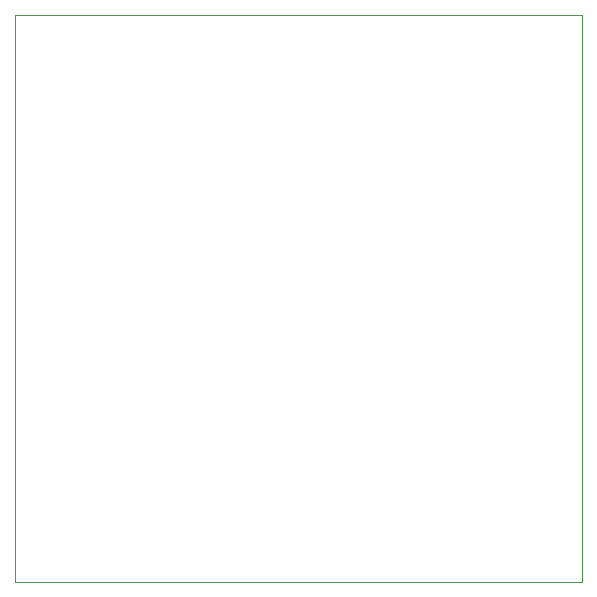
<source format=gm1>
G04 #@! TF.GenerationSoftware,KiCad,Pcbnew,(5.1.0)-1*
G04 #@! TF.CreationDate,2020-03-21T23:41:27-05:00*
G04 #@! TF.ProjectId,dev,6465762e-6b69-4636-9164-5f7063625858,rev?*
G04 #@! TF.SameCoordinates,Original*
G04 #@! TF.FileFunction,Profile,NP*
%FSLAX46Y46*%
G04 Gerber Fmt 4.6, Leading zero omitted, Abs format (unit mm)*
G04 Created by KiCad (PCBNEW (5.1.0)-1) date 2020-03-21 23:41:27*
%MOMM*%
%LPD*%
G04 APERTURE LIST*
%ADD10C,0.120000*%
G04 APERTURE END LIST*
D10*
X122750000Y-125000000D02*
X74750000Y-125000000D01*
X122750000Y-77000000D02*
X122750000Y-125000000D01*
X74750000Y-77000000D02*
X122750000Y-77000000D01*
X74750000Y-125000000D02*
X74750000Y-77000000D01*
M02*

</source>
